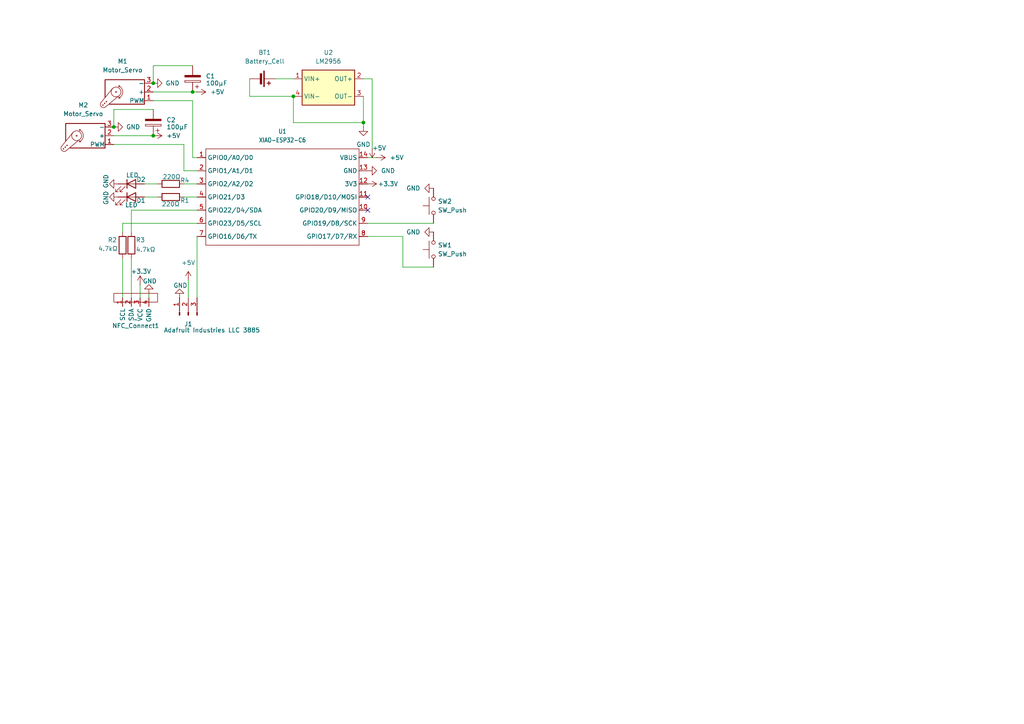
<source format=kicad_sch>
(kicad_sch (version 20231120) (generator "eeschema") (generator_version "8.0")
  (paper "A4")
  (lib_symbols
    (symbol "Connector:Conn_01x03_Pin" (pin_names (offset 1.016) hide)
      (property "Reference" "J" (at 0 5.08 0))
      (property "Value" "Conn_01x03_Pin" (at 0 -5.08 0))
      (symbol "Conn_01x03_Pin_1_1"
        (polyline (pts (xy 1.27 -2.54) (xy 0.8636 -2.54)) (stroke (width 0.1524)))
        (polyline (pts (xy 1.27 0) (xy 0.8636 0)) (stroke (width 0.1524)))
        (polyline (pts (xy 1.27 2.54) (xy 0.8636 2.54)) (stroke (width 0.1524)))
        (rectangle (start 0.8636 -2.413) (end 0 -2.667) (stroke (width 0.1524)) (fill (type outline)))
        (rectangle (start 0.8636 0.127) (end 0 -0.127) (stroke (width 0.1524)) (fill (type outline)))
        (rectangle (start 0.8636 2.667) (end 0 2.413) (stroke (width 0.1524)) (fill (type outline)))
        (pin passive line (at 5.08 2.54 180) (length 3.81) (name "Pin_1") (number "1"))
        (pin passive line (at 5.08 0 180) (length 3.81) (name "Pin_2") (number "2"))
        (pin passive line (at 5.08 -2.54 180) (length 3.81) (name "Pin_3") (number "3"))
      )
    )
    (symbol "Custom KiCAD Symbols:NFC_Reader_Connector_(PN532)"
      (property "Reference" "NFC_Connect" (at 0 0 0))
      (symbol "NFC_Reader_Connector_(PN532)_0_1"
        (rectangle (start -6.35 -3.81) (end 6.35 -6.35))
      )
      (symbol "NFC_Reader_Connector_(PN532)_1_1"
        (pin input line (at -3.81 -5.08 270) (length 2.54) (name "SCL") (number "1"))
        (pin input line (at -1.27 -5.08 270) (length 2.54) (name "SDA") (number "2"))
        (pin input line (at 1.27 -5.08 270) (length 2.54) (name "VCC") (number "3"))
        (pin input line (at 3.81 -5.08 270) (length 2.54) (name "GND") (number "4"))
      )
    )
    (symbol "Device:Battery_Cell" (pin_numbers hide) (pin_names (offset 0) hide)
      (property "Reference" "BT" (at 2.54 2.54 0))
      (property "Value" "Battery_Cell" (at 2.54 0 0))
      (symbol "Battery_Cell_0_1"
        (rectangle (start -2.286 1.778) (end 2.286 1.524) (fill (type outline)))
        (rectangle (start -1.524 1.016) (end 1.524 0.508) (fill (type outline)))
        (polyline (pts (xy 0 0.762) (xy 0 0)))
        (polyline (pts (xy 0 1.778) (xy 0 2.54)))
        (polyline (pts (xy 0.762 3.048) (xy 1.778 3.048)) (stroke (width 0.254)))
        (polyline (pts (xy 1.27 3.556) (xy 1.27 2.54)) (stroke (width 0.254)))
      )
      (symbol "Battery_Cell_1_1"
        (pin passive line (at 0 5.08 270) (length 2.54) (name "+") (number "1"))
        (pin passive line (at 0 -2.54 90) (length 2.54) (name "-") (number "2"))
      )
    )
    (symbol "Device:C_Polarized" (pin_numbers hide) (pin_names (offset 0.254))
      (property "Reference" "C" (at 0.635 2.54 0))
      (property "Value" "C_Polarized" (at 0.635 -2.54 0))
      (symbol "C_Polarized_0_1"
        (rectangle (start -2.286 0.508) (end 2.286 1.016))
        (polyline (pts (xy -1.778 2.286) (xy -0.762 2.286)))
        (polyline (pts (xy -1.27 2.794) (xy -1.27 1.778)))
        (rectangle (start 2.286 -0.508) (end -2.286 -1.016) (fill (type outline)))
      )
      (symbol "C_Polarized_1_1"
        (pin passive line (at 0 3.81 270) (length 2.794) (name "~") (number "1"))
        (pin passive line (at 0 -3.81 90) (length 2.794) (name "~") (number "2"))
      )
    )
    (symbol "Device:LED" (pin_numbers hide) (pin_names (offset 1.016) hide)
      (property "Reference" "D" (at 0 2.54 0))
      (property "Value" "LED" (at 0 -2.54 0))
      (symbol "LED_0_1"
        (polyline (pts (xy -1.27 -1.27) (xy -1.27 1.27)) (stroke (width 0.254)))
        (polyline (pts (xy -1.27 0) (xy 1.27 0)))
        (polyline (pts (xy 1.27 -1.27) (xy 1.27 1.27) (xy -1.27 0) (xy 1.27 -1.27)) (stroke (width 0.254)))
        (polyline (pts (xy -3.048 -0.762) (xy -4.572 -2.286) (xy -3.81 -2.286) (xy -4.572 -2.286) (xy -4.572 -1.524)))
        (polyline (pts (xy -1.778 -0.762) (xy -3.302 -2.286) (xy -2.54 -2.286) (xy -3.302 -2.286) (xy -3.302 -1.524)))
      )
      (symbol "LED_1_1"
        (pin passive line (at -3.81 0 0) (length 2.54) (name "K") (number "1"))
        (pin passive line (at 3.81 0 180) (length 2.54) (name "A") (number "2"))
      )
    )
    (symbol "Device:R" (pin_numbers hide) (pin_names (offset 0))
      (property "Reference" "R" (at 2.032 0 90))
      (property "Value" "R" (at 0 0 90))
      (symbol "R_0_1"
        (rectangle (start -1.016 -2.54) (end 1.016 2.54) (stroke (width 0.254)))
      )
      (symbol "R_1_1"
        (pin passive line (at 0 3.81 270) (length 1.27) (name "~") (number "1"))
        (pin passive line (at 0 -3.81 90) (length 1.27) (name "~") (number "2"))
      )
    )
    (symbol "Motor:Motor_Servo" (pin_names (offset 0.0254))
      (property "Reference" "M" (at -5.08 4.445 0))
      (property "Value" "Motor_Servo" (at -5.08 -4.064 0))
      (symbol "Motor_Servo_0_1"
        (polyline (pts (xy 2.413 -1.778) (xy 2.032 -1.778)))
        (polyline (pts (xy 2.413 -1.778) (xy 2.286 -1.397)))
        (polyline (pts (xy 2.413 1.778) (xy 1.905 1.778)))
        (polyline (pts (xy 2.413 1.778) (xy 2.286 1.397)))
        (polyline (pts (xy 6.35 4.445) (xy 2.54 1.27)))
        (polyline (pts (xy 7.62 3.175) (xy 4.191 -1.016)))
        (polyline (pts (xy 5.08 3.556) (xy -5.08 3.556) (xy -5.08 -3.556) (xy 6.35 -3.556) (xy 6.35 1.524)) (stroke (width 0.254)))
        (arc (start 2.413 1.778) (mid 1.2406 0) (end 2.413 -1.778))
        (circle (center 3.175 0) (radius 0.1778))
        (circle (center 3.175 0) (radius 1.4224))
        (circle (center 5.969 2.794) (radius 0.127))
        (circle (center 6.477 3.302) (radius 0.127))
        (circle (center 6.985 3.81) (radius 0.127))
        (arc (start 7.62 3.175) (mid 7.4485 4.2735) (end 6.35 4.445))
      )
      (symbol "Motor_Servo_1_1"
        (pin passive line (at -7.62 2.54 0) (length 2.54) (name "PWM") (number "1"))
        (pin passive line (at -7.62 0 0) (length 2.54) (name "+") (number "2"))
        (pin passive line (at -7.62 -2.54 0) (length 2.54) (name "-") (number "3"))
      )
    )
    (symbol "Regulator_Switching:XL1509-5.0"
      (property "Reference" "U2" (at 0 10.16 0))
      (property "Value" "XL1509-5.0" (at 0 7.62 0))
      (symbol "XL1509-5.0_0_1"
        (rectangle (start -7.62 5.08) (end 7.62 -5.08) (stroke (width 0.254)) (fill (type background)))
      )
      (symbol "XL1509-5.0_1_1"
        (pin power_in line (at -10.16 2.54 0) (length 2.54) (name "VIN+") (number "1"))
        (pin power_out line (at 10.16 2.54 180) (length 2.54) (name "OUT+") (number "2"))
        (pin output line (at 10.16 -2.54 180) (length 2.54) (name "OUT-") (number "3"))
        (pin input line (at -10.16 -2.54 0) (length 2.54) (name "VIN-") (number "4"))
      )
    )
    (symbol "Seeed_Studio_XIAO_Series(1):XIAO_ESP32-C6-DIP"
      (property "Reference" "U" (at -20.574 17.018 0))
      (property "Value" "XIAO-ESP32-C6" (at -15.24 14.986 0))
      (symbol "XIAO_ESP32-C6-DIP_1_0"
        (polyline (pts (xy -21.59 -13.97) (xy -21.59 0)) (stroke (width 0.1524)))
        (polyline (pts (xy -21.59 -11.43) (xy -22.86 -11.43)) (stroke (width 0.1524)))
        (polyline (pts (xy -21.59 -7.62) (xy -22.86 -7.62)) (stroke (width 0.1524)))
        (polyline (pts (xy -21.59 -3.81) (xy -22.86 -3.81)) (stroke (width 0.1524)))
        (polyline (pts (xy -21.59 0) (xy -22.86 0)) (stroke (width 0.1524)))
        (polyline (pts (xy -21.59 0) (xy -21.59 3.81)) (stroke (width 0.1524)))
        (polyline (pts (xy -21.59 3.81) (xy -22.86 3.81)) (stroke (width 0.1524)))
        (polyline (pts (xy -21.59 3.81) (xy -21.59 7.62)) (stroke (width 0.1524)))
        (polyline (pts (xy -21.59 7.62) (xy -22.86 7.62)) (stroke (width 0.1524)))
        (polyline (pts (xy -21.59 7.62) (xy -21.59 11.43)) (stroke (width 0.1524)))
        (polyline (pts (xy -21.59 11.43) (xy -22.86 11.43)) (stroke (width 0.1524)))
        (polyline (pts (xy -21.59 11.43) (xy -21.59 13.97)) (stroke (width 0.1524)))
        (polyline (pts (xy -21.59 13.97) (xy 22.86 13.97)) (stroke (width 0.1524)))
        (polyline (pts (xy 22.86 -13.97) (xy -21.59 -13.97)) (stroke (width 0.1524)))
        (polyline (pts (xy 22.86 3.81) (xy 22.86 -13.97)) (stroke (width 0.1524)))
        (polyline (pts (xy 22.86 7.62) (xy 22.86 3.81)) (stroke (width 0.1524)))
        (polyline (pts (xy 22.86 11.43) (xy 22.86 7.62)) (stroke (width 0.1524)))
        (polyline (pts (xy 22.86 13.97) (xy 22.86 11.43)) (stroke (width 0.1524)))
        (polyline (pts (xy 24.13 -11.43) (xy 22.86 -11.43)) (stroke (width 0.1524)))
        (polyline (pts (xy 24.13 -7.62) (xy 22.86 -7.62)) (stroke (width 0.1524)))
        (polyline (pts (xy 24.13 -3.81) (xy 22.86 -3.81)) (stroke (width 0.1524)))
        (polyline (pts (xy 24.13 0) (xy 22.86 0)) (stroke (width 0.1524)))
        (polyline (pts (xy 24.13 3.81) (xy 22.86 3.81)) (stroke (width 0.1524)))
        (polyline (pts (xy 24.13 7.62) (xy 22.86 7.62)) (stroke (width 0.1524)))
        (polyline (pts (xy 24.13 11.43) (xy 22.86 11.43)) (stroke (width 0.1524)))
        (pin passive line (at -24.13 11.43 0) (length 2.54) (name "GPIO0/A0/D0") (number "1"))
        (pin passive line (at 25.4 -3.81 180) (length 2.54) (name "GPIO20/D9/MISO") (number "10"))
        (pin passive line (at 25.4 0 180) (length 2.54) (name "GPIO18/D10/MOSI") (number "11"))
        (pin passive line (at 25.4 3.81 180) (length 2.54) (name "3V3") (number "12"))
        (pin passive line (at 25.4 7.62 180) (length 2.54) (name "GND") (number "13"))
        (pin passive line (at 25.4 11.43 180) (length 2.54) (name "VBUS") (number "14"))
        (pin passive line (at -24.13 7.62 0) (length 2.54) (name "GPIO1/A1/D1") (number "2"))
        (pin passive line (at -24.13 3.81 0) (length 2.54) (name "GPIO2/A2/D2") (number "3"))
        (pin passive line (at -24.13 0 0) (length 2.54) (name "GPIO21/D3") (number "4"))
        (pin passive line (at -24.13 -3.81 0) (length 2.54) (name "GPIO22/D4/SDA") (number "5"))
        (pin passive line (at -24.13 -7.62 0) (length 2.54) (name "GPIO23/D5/SCL") (number "6"))
        (pin passive line (at -24.13 -11.43 0) (length 2.54) (name "GPIO16/D6/TX") (number "7"))
        (pin passive line (at 25.4 -11.43 180) (length 2.54) (name "GPIO17/D7/RX") (number "8"))
        (pin passive line (at 25.4 -7.62 180) (length 2.54) (name "GPIO19/D8/SCK") (number "9"))
      )
    )
    (symbol "Switch:SW_Push" (pin_numbers hide) (pin_names (offset 1.016) hide)
      (property "Reference" "SW" (at 1.27 2.54 0))
      (property "Value" "SW_Push" (at 0 -1.524 0))
      (symbol "SW_Push_0_1"
        (circle (center -2.032 0) (radius 0.508))
        (polyline (pts (xy 0 1.27) (xy 0 3.048)))
        (polyline (pts (xy 2.54 1.27) (xy -2.54 1.27)))
        (circle (center 2.032 0) (radius 0.508))
        (pin passive line (at -5.08 0 0) (length 2.54) (name "1") (number "1"))
        (pin passive line (at 5.08 0 180) (length 2.54) (name "2") (number "2"))
      )
    )
    (symbol "power:+3.3V" (power) (pin_numbers hide) (pin_names (offset 0) hide)
      (property "Value" "+3.3V" (at 0 3.556 0))
      (symbol "+3.3V_0_1"
        (polyline (pts (xy -0.762 1.27) (xy 0 2.54)))
        (polyline (pts (xy 0 0) (xy 0 2.54)))
        (polyline (pts (xy 0 2.54) (xy 0.762 1.27)))
      )
      (symbol "+3.3V_1_1"
        (pin power_in line (at 0 0 90) (length 0) (name "~") (number "1"))
      )
    )
    (symbol "power:+5V" (power) (pin_numbers hide) (pin_names (offset 0) hide)
      (property "Value" "+5V" (at 0 3.556 0))
      (symbol "+5V_0_1"
        (polyline (pts (xy -0.762 1.27) (xy 0 2.54)))
        (polyline (pts (xy 0 0) (xy 0 2.54)))
        (polyline (pts (xy 0 2.54) (xy 0.762 1.27)))
      )
      (symbol "+5V_1_1"
        (pin power_in line (at 0 0 90) (length 0) (name "~") (number "1"))
      )
    )
    (symbol "power:GND" (power) (pin_numbers hide) (pin_names (offset 0) hide)
      (property "Value" "GND" (at 0 -3.81 0))
      (symbol "GND_0_1"
        (polyline (pts (xy 0 0) (xy 0 -1.27) (xy 1.27 -1.27) (xy 0 -2.54) (xy -1.27 -1.27) (xy 0 -1.27)))
      )
      (symbol "GND_1_1"
        (pin power_in line (at 0 0 270) (length 0) (name "~") (number "1"))
      )
    )
  )
  (junction (at 55.88 26.67))
  (junction (at 105.41 35.56))
  (junction (at 44.45 24.13))
  (junction (at 85.09 27.94))
  (junction (at 33.02 36.83))
  (junction (at 44.45 39.37))
  (no_connect (at 106.68 60.96))
  (no_connect (at 106.68 57.15))
  (wire (pts (xy 72.39 22.86) (xy 72.39 27.94)))
  (wire (pts (xy 85.09 27.94) (xy 85.09 35.56)))
  (wire (pts (xy 53.34 53.34) (xy 57.15 53.34)))
  (wire (pts (xy 54.61 81.28) (xy 54.61 86.36)))
  (wire (pts (xy 55.88 45.72) (xy 57.15 45.72)))
  (wire (pts (xy 57.15 68.58) (xy 57.15 86.36)))
  (wire (pts (xy 85.09 35.56) (xy 105.41 35.56)))
  (wire (pts (xy 38.1 60.96) (xy 57.15 60.96)))
  (wire (pts (xy 44.45 29.21) (xy 55.88 29.21)))
  (wire (pts (xy 55.88 26.67) (xy 57.15 26.67)))
  (wire (pts (xy 41.91 57.15) (xy 45.72 57.15)))
  (wire (pts (xy 107.95 22.86) (xy 107.95 43.18)))
  (wire (pts (xy 125.73 77.47) (xy 116.84 77.47)))
  (wire (pts (xy 105.41 36.83) (xy 105.41 35.56)))
  (wire (pts (xy 109.22 45.72) (xy 106.68 45.72)))
  (wire (pts (xy 55.88 19.05) (xy 44.45 19.05)))
  (wire (pts (xy 40.64 82.55) (xy 40.64 86.36)))
  (wire (pts (xy 80.01 22.86) (xy 85.09 22.86)))
  (wire (pts (xy 33.02 39.37) (xy 44.45 39.37)))
  (wire (pts (xy 44.45 26.67) (xy 55.88 26.67)))
  (wire (pts (xy 38.1 86.36) (xy 38.1 74.93)))
  (wire (pts (xy 33.02 31.75) (xy 33.02 36.83)))
  (wire (pts (xy 41.91 53.34) (xy 45.72 53.34)))
  (wire (pts (xy 43.18 85.09) (xy 43.18 86.36)))
  (wire (pts (xy 35.56 67.31) (xy 35.56 64.77)))
  (wire (pts (xy 38.1 67.31) (xy 38.1 60.96)))
  (wire (pts (xy 44.45 19.05) (xy 44.45 24.13)))
  (wire (pts (xy 35.56 86.36) (xy 35.56 74.93)))
  (wire (pts (xy 105.41 22.86) (xy 107.95 22.86)))
  (wire (pts (xy 72.39 27.94) (xy 85.09 27.94)))
  (wire (pts (xy 55.88 29.21) (xy 55.88 45.72)))
  (wire (pts (xy 105.41 35.56) (xy 105.41 27.94)))
  (wire (pts (xy 35.56 64.77) (xy 57.15 64.77)))
  (wire (pts (xy 106.68 64.77) (xy 125.73 64.77)))
  (wire (pts (xy 44.45 31.75) (xy 33.02 31.75)))
  (wire (pts (xy 53.34 49.53) (xy 57.15 49.53)))
  (wire (pts (xy 33.02 41.91) (xy 53.34 41.91)))
  (wire (pts (xy 116.84 77.47) (xy 116.84 68.58)))
  (wire (pts (xy 116.84 68.58) (xy 106.68 68.58)))
  (wire (pts (xy 53.34 41.91) (xy 53.34 49.53)))
  (wire (pts (xy 53.34 57.15) (xy 57.15 57.15)))
  (symbol (lib_id "power:GND") (at 43.18 85.09 180) (unit 1)
    (property "Reference" "#PWR02" (effects (hide yes)))
    (property "Value" "GND" (at 43.434 81.534 0))
    (property "Description" "Power symbol creates a global label with name \"GND\" , ground" (effects (hide yes)))
  )
  (symbol (lib_id "Switch:SW_Push") (at 125.73 72.39 90) (unit 1)
    (property "Reference" "SW1" (at 127 71.1199 90) (effects (justify right)))
    (property "Value" "SW_Push" (at 127 73.6599 90) (effects (justify right)))
    (property "Footprint" "Button_Switch_THT:SW_PUSH_6mm" (effects (hide yes)))
    (property "Description" "Push button switch, generic, two pins" (effects (hide yes)))
  )
  (symbol (lib_id "power:GND") (at 34.29 57.15 270) (unit 1)
    (property "Reference" "#PWR03" (effects (hide yes)))
    (property "Value" "GND" (at 30.734 57.404 0))
    (property "Description" "Power symbol creates a global label with name \"GND\" , ground" (effects (hide yes)))
  )
  (symbol (lib_id "Motor:Motor_Servo") (at 25.4 39.37 180) (unit 1)
    (property "Reference" "M2" (at 24.1411 30.48 0))
    (property "Value" "Motor_Servo" (at 24.1411 33.02 0))
    (property "Footprint" "Connector_PinHeader_2.54mm:PinHeader_1x03_P2.54mm_Vertical" (effects (hide yes)))
    (property "Datasheet" "http://forums.parallax.com/uploads/attachments/46831/74481.png" (effects (hide yes)))
    (property "Description" "Servo Motor (Futaba, HiTec, JR connector)" (effects (hide yes)))
  )
  (symbol (lib_id "power:GND") (at 52.07 86.36 180) (unit 1)
    (property "Reference" "#PWR09" (effects (hide yes)))
    (property "Value" "GND" (at 52.324 82.804 0))
    (property "Description" "Power symbol creates a global label with name \"GND\" , ground" (effects (hide yes)))
  )
  (symbol (lib_id "Device:R") (at 49.53 57.15 90) (unit 1)
    (property "Reference" "R1" (at 53.594 58.166 90))
    (property "Value" "220Ω" (at 49.53 59.182 90))
    (property "Footprint" "Resistor_THT:R_Axial_DIN0207_L6.3mm_D2.5mm_P7.62mm_Horizontal" (effects (hide yes)))
    (property "Description" "Resistor" (effects (hide yes)))
  )
  (symbol (lib_id "Device:Battery_Cell") (at 74.93 22.86 270) (unit 1)
    (property "Reference" "BT1" (at 76.7715 15.24 90))
    (property "Value" "Battery_Cell" (at 76.7715 17.78 90))
    (property "Footprint" "Connector_PinHeader_2.54mm:PinHeader_1x02_P2.54mm_Vertical" (effects (hide yes)))
    (property "Description" "Single-cell battery" (effects (hide yes)))
  )
  (symbol (lib_id "power:GND") (at 105.41 36.83 0) (unit 1)
    (property "Reference" "#PWR012" (effects (hide yes)))
    (property "Value" "GND" (at 105.41 41.91 0))
    (property "Description" "Power symbol creates a global label with name \"GND\" , ground" (effects (hide yes)))
  )
  (symbol (lib_id "Device:LED") (at 38.1 53.34 0) (unit 1)
    (property "Reference" "D2" (at 40.894 52.07 0))
    (property "Value" "LED" (at 38.354 50.8 0))
    (property "Footprint" "LED_THT:LED_D5.0mm" (effects (hide yes)))
    (property "Description" "Light emitting diode" (effects (hide yes)))
  )
  (symbol (lib_id "Regulator_Switching:XL1509-5.0") (at 95.25 25.4 0) (unit 1)
    (property "Reference" "U2" (at 95.25 15.24 0))
    (property "Value" "LM2956" (at 95.25 17.78 0))
    (property "Footprint" "Connector_PinHeader_2.54mm:PinHeader_1x04_P2.54mm_Vertical" (effects (hide yes)))
    (property "Datasheet" "https://datasheet.lcsc.com/lcsc/1809050422_XLSEMI-XL1509-5-0E1_C61063.pdf" (effects (hide yes)))
    (property "Description" "Buck DC/DC Converter, 2A, 5V Output Voltage, 7-40V Input Voltage" (effects (hide yes)))
  )
  (symbol (lib_id "Seeed_Studio_XIAO_Series(1):XIAO_ESP32-C6-DIP") (at 81.28 57.15 0) (unit 1)
    (property "Reference" "U1" (at 81.915 38.1 0) (effects (font (size 1.27 1.0795))))
    (property "Value" "XIAO-ESP32-C6" (at 81.915 40.64 0) (effects (font (size 1.27 1.0795))))
    (property "Footprint" "Library:XIAO-Generic-Thruhole-14P-2.54-21X17.8MM" (effects (hide yes)))
    (property "SKU" "XIAO-DIP" (effects (hide yes)))
  )
  (symbol (lib_id "power:+5V") (at 107.95 43.18 180) (unit 1)
    (property "Reference" "#PWR011" (effects (hide yes)))
    (property "Value" "+5V" (at 109.982 42.926 0))
    (property "Description" "Power symbol creates a global label with name \"+5V\"" (effects (hide yes)))
  )
  (symbol (lib_id "power:+3.3V") (at 40.64 82.55 0) (unit 1)
    (property "Reference" "#PWR01" (effects (hide yes)))
    (property "Value" "+3.3V" (at 40.894 78.74 0))
    (property "Description" "Power symbol creates a global label with name \"+3.3V\"" (effects (hide yes)))
  )
  (symbol (lib_id "power:+3.3V") (at 106.68 53.34 270) (unit 1)
    (property "Reference" "#PWR07" (effects (hide yes)))
    (property "Value" "+3.3V" (at 112.522 53.34 90))
    (property "Description" "Power symbol creates a global label with name \"+3.3V\"" (effects (hide yes)))
  )
  (symbol (lib_id "Connector:Conn_01x03_Pin") (at 54.61 91.44 90) (unit 1)
    (property "Reference" "J1" (at 54.61 93.98 90))
    (property "Value" "Adafruit Industries LLC 3885" (at 61.468 95.758 90))
    (property "Footprint" "Connector_PinHeader_2.54mm:PinHeader_1x03_P2.54mm_Vertical" (effects (hide yes)))
    (property "Description" "Generic connector, single row, 01x03, script generated" (effects (hide yes)))
  )
  (symbol (lib_id "Custom KiCAD Symbols:NFC_Reader_Connector_(PN532)") (at 39.37 81.28 0) (unit 1)
    (property "Reference" "NFC_Connect1" (at 39.37 94.488 0))
    (property "Value" "~" (at 39.37 92.71 0))
    (property "Footprint" "Connector_PinHeader_2.54mm:PinHeader_1x04_P2.54mm_Vertical" (effects (hide yes)))
  )
  (symbol (lib_id "Device:R") (at 49.53 53.34 90) (unit 1)
    (property "Reference" "R4" (at 53.594 52.324 90))
    (property "Value" "220Ω" (at 49.784 51.308 90))
    (property "Footprint" "Resistor_THT:R_Axial_DIN0207_L6.3mm_D2.5mm_P7.62mm_Horizontal" (effects (hide yes)))
    (property "Description" "Resistor" (effects (hide yes)))
  )
  (symbol (lib_id "Device:C_Polarized") (at 55.88 22.86 180) (unit 1)
    (property "Reference" "C1" (at 59.69 22.098 0) (effects (justify right)))
    (property "Value" "100 µF" (at 59.69 24.13 0) (effects (justify right)))
    (property "Footprint" "Capacitor_THT:CP_Radial_D5.0mm_P2.50mm" (effects (hide yes)))
    (property "Description" "Polarized capacitor" (effects (hide yes)))
  )
  (symbol (lib_id "Device:C_Polarized") (at 44.45 35.56 180) (unit 1)
    (property "Reference" "C2" (at 48.26 34.798 0) (effects (justify right)))
    (property "Value" "100 µF" (at 48.26 36.83 0) (effects (justify right)))
    (property "Footprint" "Capacitor_THT:CP_Radial_D5.0mm_P2.50mm" (effects (hide yes)))
    (property "Description" "Polarized capacitor" (effects (hide yes)))
  )
  (symbol (lib_id "power:GND") (at 106.68 49.53 90) (unit 1)
    (property "Reference" "#PWR06" (effects (hide yes)))
    (property "Value" "GND" (at 110.49 49.5299 90) (effects (justify right)))
    (property "Description" "Power symbol creates a global label with name \"GND\" , ground" (effects (hide yes)))
  )
  (symbol (lib_id "Device:R") (at 35.56 71.12 0) (unit 1)
    (property "Reference" "R2" (at 31.242 69.596 0) (effects (justify left)))
    (property "Value" "4.7kΩ" (at 28.448 72.136 0) (effects (justify left)))
    (property "Footprint" "Resistor_THT:R_Axial_DIN0207_L6.3mm_D2.5mm_P7.62mm_Horizontal" (effects (hide yes)))
    (property "Description" "Resistor" (effects (hide yes)))
  )
  (symbol (lib_id "Switch:SW_Push") (at 125.73 59.69 90) (unit 1)
    (property "Reference" "SW2" (at 127 58.4199 90) (effects (justify right)))
    (property "Value" "SW_Push" (at 127 60.9599 90) (effects (justify right)))
    (property "Footprint" "Button_Switch_THT:SW_PUSH_6mm" (effects (hide yes)))
    (property "Description" "Push button switch, generic, two pins" (effects (hide yes)))
  )
  (symbol (lib_id "Device:R") (at 38.1 71.12 0) (unit 1)
    (property "Reference" "R3" (at 39.37 69.596 0) (effects (justify left)))
    (property "Value" "4.7kΩ" (at 39.37 72.39 0) (effects (justify left)))
    (property "Footprint" "Resistor_THT:R_Axial_DIN0207_L6.3mm_D2.5mm_P7.62mm_Horizontal" (effects (hide yes)))
    (property "Description" "Resistor" (effects (hide yes)))
  )
  (symbol (lib_id "Device:LED") (at 38.1 57.15 0) (unit 1)
    (property "Reference" "D1" (at 40.894 58.166 0))
    (property "Value" "LED" (at 38.1 59.436 0))
    (property "Footprint" "LED_THT:LED_D5.0mm" (effects (hide yes)))
    (property "Description" "Light emitting diode" (effects (hide yes)))
  )
  (symbol (lib_id "power:+5V") (at 44.45 39.37 270) (unit 1)
    (property "Reference" "#PWR018" (effects (hide yes)))
    (property "Value" "+5V" (at 48.26 39.3699 90) (effects (justify left)))
    (property "Description" "Power symbol creates a global label with name \"+5V\"" (effects (hide yes)))
  )
  (symbol (lib_id "power:+5V") (at 109.22 45.72 270) (unit 1)
    (property "Reference" "#PWR010" (effects (hide yes)))
    (property "Value" "+5V" (at 113.03 45.7199 90) (effects (justify left)))
    (property "Description" "Power symbol creates a global label with name \"+5V\"" (effects (hide yes)))
  )
  (symbol (lib_id "power:GND") (at 44.45 24.13 90) (unit 1)
    (property "Reference" "#PWR08" (effects (hide yes)))
    (property "Value" "GND" (at 50.038 24.13 90))
    (property "Description" "Power symbol creates a global label with name \"GND\" , ground" (effects (hide yes)))
  )
  (symbol (lib_id "power:+5V") (at 57.15 26.67 270) (unit 1)
    (property "Reference" "#PWR013" (effects (hide yes)))
    (property "Value" "+5V" (at 60.96 26.6699 90) (effects (justify left)))
    (property "Description" "Power symbol creates a global label with name \"+5V\"" (effects (hide yes)))
  )
  (symbol (lib_id "Motor:Motor_Servo") (at 36.83 26.67 180) (unit 1)
    (property "Reference" "M1" (at 35.5711 17.78 0))
    (property "Value" "Motor_Servo" (at 35.5711 20.32 0))
    (property "Footprint" "Connector_PinHeader_2.54mm:PinHeader_1x03_P2.54mm_Vertical" (effects (hide yes)))
    (property "Datasheet" "http://forums.parallax.com/uploads/attachments/46831/74481.png" (effects (hide yes)))
    (property "Description" "Servo Motor (Futaba, HiTec, JR connector)" (effects (hide yes)))
  )
  (symbol (lib_id "power:+5V") (at 54.61 81.28 0) (unit 1)
    (property "Reference" "#PWR014" (effects (hide yes)))
    (property "Value" "+5V" (at 54.61 76.2 0))
    (property "Description" "Power symbol creates a global label with name \"+5V\"" (effects (hide yes)))
  )
  (symbol (lib_id "power:GND") (at 125.73 67.31 270) (unit 1)
    (property "Reference" "#PWR04" (effects (hide yes)))
    (property "Value" "GND" (at 121.92 67.3099 90) (effects (justify right)))
    (property "Description" "Power symbol creates a global label with name \"GND\" , ground" (effects (hide yes)))
  )
  (symbol (lib_id "power:GND") (at 33.02 36.83 90) (unit 1)
    (property "Reference" "#PWR017" (effects (hide yes)))
    (property "Value" "GND" (at 38.608 36.83 90))
    (property "Description" "Power symbol creates a global label with name \"GND\" , ground" (effects (hide yes)))
  )
  (symbol (lib_id "power:GND") (at 125.73 54.61 270) (unit 1)
    (property "Reference" "#PWR05" (effects (hide yes)))
    (property "Value" "GND" (at 121.92 54.6099 90) (effects (justify right)))
    (property "Description" "Power symbol creates a global label with name \"GND\" , ground" (effects (hide yes)))
  )
  (symbol (lib_id "power:GND") (at 34.29 53.34 270) (unit 1)
    (property "Reference" "#PWR015" (effects (hide yes)))
    (property "Value" "GND" (at 30.734 52.578 0))
    (property "Description" "Power symbol creates a global label with name \"GND\" , ground" (effects (hide yes)))
  )
)
</source>
